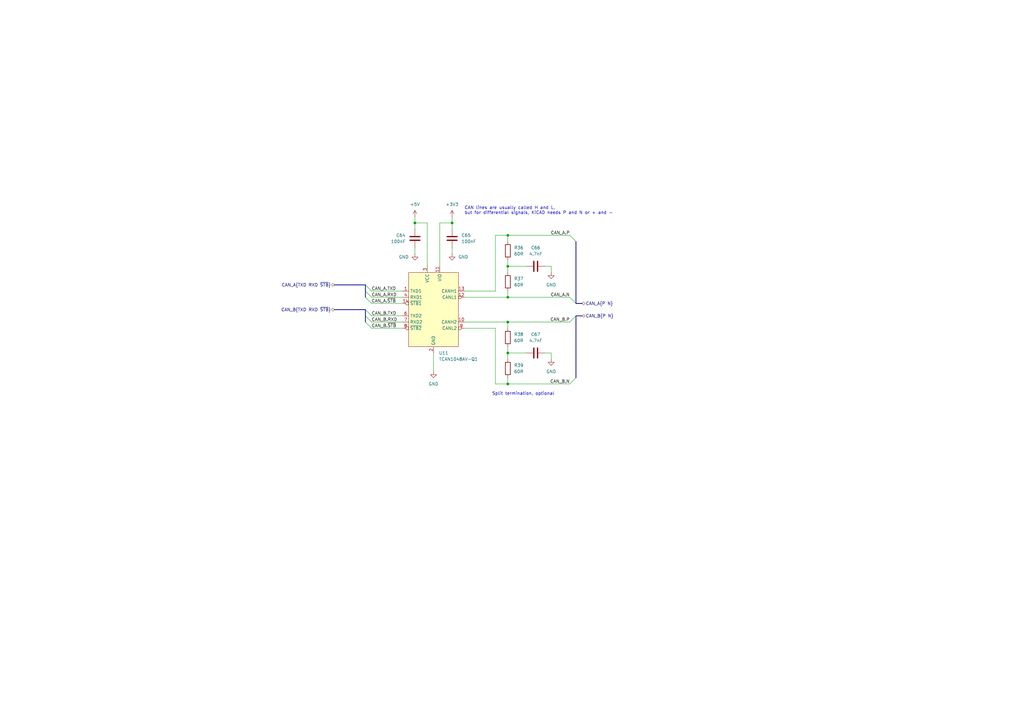
<source format=kicad_sch>
(kicad_sch (version 20231120) (generator "eeschema") (generator_version "8.0")
  (paper "A3")
  (title_block (title "CAN PHY - SPLIT TERMINATION") (date "2024-08-28") (rev "1") (company "Magnus Oksbøl Therkelsen") (comment 1 "Author: Magnus Oksbøl Therkelsen") (comment 2 "Checked by: "))
  (lib_symbols
    (symbol "Device:C" (pin_numbers hide) (pin_names (offset 0.254))
      (property "Reference" "C" (at 0.635 2.54 0))
      (property "Value" "C" (at 0.635 -2.54 0))
      (symbol "C_0_1"
        (polyline (pts (xy -2.032 -0.762) (xy 2.032 -0.762)) (stroke (width 0.508)))
        (polyline (pts (xy -2.032 0.762) (xy 2.032 0.762)) (stroke (width 0.508)))
      )
      (symbol "C_1_1"
        (pin passive line (at 0 3.81 270) (length 2.794) (name "~") (number "1"))
        (pin passive line (at 0 -3.81 90) (length 2.794) (name "~") (number "2"))
      )
    )
    (symbol "Device:R" (pin_numbers hide) (pin_names (offset 0))
      (property "Reference" "R" (at 2.032 0 90))
      (property "Value" "R" (at 0 0 90))
      (symbol "R_0_1"
        (rectangle (start -1.016 -2.54) (end 1.016 2.54) (stroke (width 0.254)))
      )
      (symbol "R_1_1"
        (pin passive line (at 0 3.81 270) (length 1.27) (name "~") (number "1"))
        (pin passive line (at 0 -3.81 90) (length 1.27) (name "~") (number "2"))
      )
    )
    (symbol "cubesat_rp2040:TCAN1048AV-Q1"
      (property "Reference" "U" (at -10.16 17.78 0))
      (property "Value" "TCAN1048AV-Q1" (at 10.414 -17.78 0))
      (symbol "TCAN1048AV-Q1_0_0"
        (pin input line (at -12.7 7.62 0) (length 2.54) (name "TXD1") (number "1"))
        (pin bidirectional line (at 12.7 -5.08 180) (length 2.54) (name "CANH2") (number "10"))
        (pin power_in line (at 2.54 17.78 270) (length 2.54) (name "VIO") (number "11"))
        (pin bidirectional line (at 12.7 7.62 180) (length 2.54) (name "CANH1") (number "13"))
        (pin power_in line (at -2.54 17.78 270) (length 2.54) (name "VCC") (number "3"))
        (pin output line (at -12.7 5.08 0) (length 2.54) (name "RXD1") (number "4"))
        (pin power_in line (at 0 -17.78 90) (length 2.54) hide (name "GND") (number "5"))
        (pin input line (at -12.7 -2.54 0) (length 2.54) (name "TXD2") (number "6"))
        (pin output line (at -12.7 -5.08 0) (length 2.54) (name "RXD2") (number "7"))
        (pin bidirectional inverted (at 12.7 -7.62 180) (length 2.54) (name "CANL2") (number "9"))
      )
      (symbol "TCAN1048AV-Q1_1_0"
        (pin bidirectional inverted (at 12.7 5.08 180) (length 2.54) (name "CANL1") (number "12"))
        (pin input inverted (at -12.7 2.54 0) (length 2.54) (name "~{STB1}") (number "14"))
        (pin passive line (at 0 -17.78 90) (length 2.54) hide (name "EP") (number "15"))
        (pin power_in line (at 0 -17.78 90) (length 2.54) (name "GND") (number "2"))
        (pin input inverted (at -12.7 -7.62 0) (length 2.54) (name "~{STB2}") (number "8"))
      )
      (symbol "TCAN1048AV-Q1_1_1"
        (rectangle (start -10.16 15.24) (end 10.16 -15.24) (fill (type background)))
      )
    )
    (symbol "power:+3V3" (power) (pin_numbers hide) (pin_names (offset 0) hide)
      (property "Value" "+3V3" (at 0 3.556 0))
      (symbol "+3V3_0_1"
        (polyline (pts (xy -0.762 1.27) (xy 0 2.54)))
        (polyline (pts (xy 0 0) (xy 0 2.54)))
        (polyline (pts (xy 0 2.54) (xy 0.762 1.27)))
      )
      (symbol "+3V3_1_1"
        (pin power_in line (at 0 0 90) (length 0) (name "~") (number "1"))
      )
    )
    (symbol "power:+5V" (power) (pin_numbers hide) (pin_names (offset 0) hide)
      (property "Value" "+5V" (at 0 3.556 0))
      (symbol "+5V_0_1"
        (polyline (pts (xy -0.762 1.27) (xy 0 2.54)))
        (polyline (pts (xy 0 0) (xy 0 2.54)))
        (polyline (pts (xy 0 2.54) (xy 0.762 1.27)))
      )
      (symbol "+5V_1_1"
        (pin power_in line (at 0 0 90) (length 0) (name "~") (number "1"))
      )
    )
    (symbol "power:GND" (power) (pin_numbers hide) (pin_names (offset 0) hide)
      (property "Value" "GND" (at 0 -3.81 0))
      (symbol "GND_0_1"
        (polyline (pts (xy 0 0) (xy 0 -1.27) (xy 1.27 -1.27) (xy 0 -2.54) (xy -1.27 -1.27) (xy 0 -1.27)))
      )
      (symbol "GND_1_1"
        (pin power_in line (at 0 0 270) (length 0) (name "~") (number "1"))
      )
    )
  )
  (junction (at 208.28 121.92))
  (junction (at 170.18 91.44))
  (junction (at 208.28 157.48))
  (junction (at 208.28 144.78))
  (junction (at 208.28 96.52))
  (junction (at 185.42 91.44))
  (junction (at 208.28 109.22))
  (junction (at 208.28 132.08))
  (bus_entry (at 152.4 134.62) (size -2.54 -2.54))
  (bus_entry (at 233.68 132.08) (size 2.54 -2.54))
  (bus_entry (at 152.4 129.54) (size -2.54 -2.54))
  (bus_entry (at 233.68 121.92) (size 2.54 2.54))
  (bus_entry (at 233.68 96.52) (size 2.54 2.54))
  (bus_entry (at 233.68 157.48) (size 2.54 -2.54))
  (bus_entry (at 152.4 119.38) (size -2.54 -2.54))
  (bus_entry (at 152.4 132.08) (size -2.54 -2.54))
  (bus_entry (at 152.4 121.92) (size -2.54 -2.54))
  (bus_entry (at 152.4 124.46) (size -2.54 -2.54))
  (wire (pts (xy 180.34 91.44) (xy 180.34 109.22)))
  (wire (pts (xy 208.28 142.24) (xy 208.28 144.78)))
  (wire (pts (xy 152.4 132.08) (xy 165.1 132.08)))
  (wire (pts (xy 180.34 91.44) (xy 185.42 91.44)))
  (wire (pts (xy 208.28 109.22) (xy 208.28 111.76)))
  (wire (pts (xy 226.06 144.78) (xy 226.06 147.32)))
  (wire (pts (xy 175.26 91.44) (xy 175.26 109.22)))
  (wire (pts (xy 170.18 88.9) (xy 170.18 91.44)))
  (wire (pts (xy 203.2 119.38) (xy 203.2 96.52)))
  (wire (pts (xy 208.28 144.78) (xy 208.28 147.32)))
  (wire (pts (xy 190.5 119.38) (xy 203.2 119.38)))
  (bus (pts (xy 137.16 116.84) (xy 149.86 116.84)))
  (wire (pts (xy 185.42 91.44) (xy 185.42 93.98)))
  (wire (pts (xy 185.42 88.9) (xy 185.42 91.44)))
  (wire (pts (xy 208.28 121.92) (xy 233.68 121.92)))
  (wire (pts (xy 152.4 119.38) (xy 165.1 119.38)))
  (wire (pts (xy 208.28 96.52) (xy 208.28 99.06)))
  (bus (pts (xy 236.22 129.54) (xy 236.22 154.94)))
  (wire (pts (xy 152.4 121.92) (xy 165.1 121.92)))
  (wire (pts (xy 208.28 157.48) (xy 233.68 157.48)))
  (wire (pts (xy 223.52 144.78) (xy 226.06 144.78)))
  (wire (pts (xy 203.2 157.48) (xy 203.2 134.62)))
  (wire (pts (xy 152.4 129.54) (xy 165.1 129.54)))
  (bus (pts (xy 149.86 132.08) (xy 149.86 129.54)))
  (bus (pts (xy 149.86 121.92) (xy 149.86 119.38)))
  (bus (pts (xy 236.22 99.06) (xy 236.22 124.46)))
  (wire (pts (xy 203.2 134.62) (xy 190.5 134.62)))
  (wire (pts (xy 208.28 96.52) (xy 233.68 96.52)))
  (wire (pts (xy 203.2 96.52) (xy 208.28 96.52)))
  (bus (pts (xy 137.16 127) (xy 149.86 127)))
  (wire (pts (xy 170.18 101.6) (xy 170.18 104.14)))
  (bus (pts (xy 149.86 119.38) (xy 149.86 116.84)))
  (wire (pts (xy 190.5 132.08) (xy 208.28 132.08)))
  (wire (pts (xy 208.28 132.08) (xy 208.28 134.62)))
  (wire (pts (xy 208.28 106.68) (xy 208.28 109.22)))
  (wire (pts (xy 208.28 119.38) (xy 208.28 121.92)))
  (wire (pts (xy 152.4 134.62) (xy 165.1 134.62)))
  (bus (pts (xy 149.86 129.54) (xy 149.86 127)))
  (wire (pts (xy 226.06 109.22) (xy 226.06 111.76)))
  (wire (pts (xy 203.2 157.48) (xy 208.28 157.48)))
  (wire (pts (xy 177.8 144.78) (xy 177.8 152.4)))
  (bus (pts (xy 236.22 129.54) (xy 238.76 129.54)))
  (wire (pts (xy 208.28 144.78) (xy 215.9 144.78)))
  (wire (pts (xy 208.28 109.22) (xy 215.9 109.22)))
  (wire (pts (xy 170.18 91.44) (xy 175.26 91.44)))
  (wire (pts (xy 152.4 124.46) (xy 165.1 124.46)))
  (wire (pts (xy 185.42 101.6) (xy 185.42 104.14)))
  (wire (pts (xy 190.5 121.92) (xy 208.28 121.92)))
  (wire (pts (xy 223.52 109.22) (xy 226.06 109.22)))
  (wire (pts (xy 208.28 154.94) (xy 208.28 157.48)))
  (wire (pts (xy 170.18 91.44) (xy 170.18 93.98)))
  (bus (pts (xy 236.22 124.46) (xy 238.76 124.46)))
  (wire (pts (xy 208.28 132.08) (xy 233.68 132.08)))
  (text "Split termination, optional" (at 214.63 161.544 0) (effects (font (size 1.27 1.27))))
  (text "CAN lines are usually called H and L, \nbut for differential signals, KiCAD needs P and N or + and -" (exclude_from_sim yes) (at 190.5 86.36 0) (effects (font (size 1.27 1.27)) (justify left)))
  (label "CAN_A.P" (at 233.68 96.52 180))
  (label "CAN_B.~{STB}" (at 152.4 134.62 0))
  (label "CAN_B.TXD" (at 152.4 129.54 0))
  (label "CAN_B.P" (at 233.68 132.08 180))
  (label "CAN_B.RXD" (at 152.4 132.08 0))
  (label "CAN_A.RXD" (at 152.4 121.92 0))
  (label "CAN_A.N" (at 233.68 121.92 180))
  (label "CAN_A.~{STB}" (at 152.4 124.46 0))
  (label "CAN_B.N" (at 233.68 157.48 180))
  (label "CAN_A.TXD" (at 152.4 119.38 0))
  (hierarchical_label "CAN_A{TXD RXD ~{STB}}" (shape bidirectional) (at 137.16 116.84 180))
  (hierarchical_label "CAN_B{P N}" (shape bidirectional) (at 238.76 129.54 0))
  (hierarchical_label "CAN_A{P N}" (shape bidirectional) (at 238.76 124.46 0))
  (hierarchical_label "CAN_B{TXD RXD ~{STB}}" (shape bidirectional) (at 137.16 127 180))
  (symbol (lib_id "power:+5V") (at 170.18 88.9 0) (unit 1)
    (property "Reference" "#PWR067" (effects (hide yes)))
    (property "Value" "+5V" (at 170.18 83.82 0))
    (property "Description" "Power symbol creates a global label with name \"+5V\"" (effects (hide yes)))
    (instances (project "cubesat_rp2040" (path "" (reference "#PWR067") (unit 1)) (path "" (reference "#PWR086") (unit 1)) (path "" (reference "#PWR048") (unit 1))))
  )
  (symbol (lib_id "cubesat_rp2040:TCAN1048AV-Q1") (at 177.8 127 0) (unit 1)
    (property "Reference" "U11" (at 179.9941 144.78 0) (effects (justify left)))
    (property "Value" "TCAN1048AV-Q1" (at 179.9941 147.32 0) (effects (justify left)))
    (property "Footprint" "cubesat_rp2040:SOT1086-2_HVSON14_4.5x3x0.85mm_P0.65mm" (effects (hide yes)))
    (property "Datasheet" "https://www.ti.com/document-viewer/TCAN1048AV-Q1/datasheet" (effects (hide yes)))
    (property "Description" "TCAN104xAV-Q1 Automotive Dual CAN FD Transceiver with 1.8-V I/O Support and Standby Mode" (effects (hide yes)))
    (property "LCSC_Part_Number" "C5215834" (effects (hide yes)))
    (property "Manufacturer_Name" "Texas Instruments" (effects (hide yes)))
    (property "Manufacturer_Part_Number" "TCAN1048AVDMTRQ1" (effects (hide yes)))
    (instances (project "cubesat_rp2040" (path "" (reference "U11") (unit 1)) (path "" (reference "U16") (unit 1)) (path "" (reference "U6") (unit 1))))
  )
  (symbol (lib_id "power:GND") (at 226.06 111.76 0) (unit 1)
    (property "Reference" "#PWR072" (effects (hide yes)))
    (property "Value" "GND" (at 226.06 116.84 0))
    (property "Description" "Power symbol creates a global label with name \"GND\" , ground" (effects (hide yes)))
    (instances (project "cubesat_rp2040" (path "" (reference "#PWR072") (unit 1)) (path "" (reference "#PWR091") (unit 1)) (path "" (reference "#PWR053") (unit 1))))
  )
  (symbol (lib_id "Device:C") (at 219.71 144.78 270) (unit 1)
    (property "Reference" "C67" (at 219.71 137.16 90))
    (property "Value" "4.7nF" (at 219.71 139.7 90))
    (property "Footprint" "cubesat_rp2040:C_0402_1005Metric" (effects (hide yes)))
    (property "Description" "Unpolarized capacitor" (effects (hide yes)))
    (property "MANUFACTURER" "Samsung Electro-Mechanics" (effects (hide yes)))
    (property "Manufacturer_Name" "Samsung Electro-Mechanics" (effects (hide yes)))
    (property "Manufacturer_Part_Number" "CL05B472KB5NNNC" (effects (hide yes)))
    (property "LCSC_Part_Number" "C84705" (effects (hide yes)))
    (instances (project "cubesat_rp2040" (path "" (reference "C67") (unit 1)) (path "" (reference "C92") (unit 1)) (path "" (reference "C42") (unit 1))))
  )
  (symbol (lib_id "Device:C") (at 219.71 109.22 270) (unit 1)
    (property "Reference" "C66" (at 219.71 101.6 90))
    (property "Value" "4.7nF" (at 219.71 104.14 90))
    (property "Footprint" "cubesat_rp2040:C_0402_1005Metric" (effects (hide yes)))
    (property "Description" "Unpolarized capacitor" (effects (hide yes)))
    (property "MANUFACTURER" "Samsung Electro-Mechanics" (effects (hide yes)))
    (property "Manufacturer_Name" "Samsung Electro-Mechanics" (effects (hide yes)))
    (property "Manufacturer_Part_Number" "CL05B472KB5NNNC" (effects (hide yes)))
    (property "LCSC_Part_Number" "C84705" (effects (hide yes)))
    (instances (project "cubesat_rp2040" (path "" (reference "C66") (unit 1)) (path "" (reference "C91") (unit 1)) (path "" (reference "C41") (unit 1))))
  )
  (symbol (lib_id "Device:R") (at 208.28 115.57 180) (unit 1)
    (property "Reference" "R37" (at 210.82 114.2999 0) (effects (justify right)))
    (property "Value" "60R" (at 210.82 116.8399 0) (effects (justify right)))
    (property "Footprint" "cubesat_rp2040:R_0402_1005Metric" (effects (hide yes)))
    (property "Description" "Resistor" (effects (hide yes)))
    (property "Manufacturer_Name" "UNI-ROYAL(Uniroyal Elec)" (effects (hide yes)))
    (property "Manufacturer_Part_Number" "0402WGF604JTCE" (effects (hide yes)))
    (property "MANUFACTURER" "Vishay" (effects (hide yes)))
    (property "LCSC_Part_Number" "C60310" (effects (hide yes)))
    (instances (project "cubesat_rp2040" (path "" (reference "R37") (unit 1)) (path "" (reference "R49") (unit 1)) (path "" (reference "R25") (unit 1))))
  )
  (symbol (lib_id "Device:C") (at 170.18 97.79 0) (unit 1)
    (property "Reference" "C64" (at 166.37 96.5199 0) (effects (justify right)))
    (property "Value" "100nF" (at 166.37 99.0599 0) (effects (justify right)))
    (property "Footprint" "cubesat_rp2040:C_0402_1005Metric" (effects (hide yes)))
    (property "Description" "Unpolarized capacitor" (effects (hide yes)))
    (property "Manufacturer_Name" "Samsung Electro-Mechanics" (effects (hide yes)))
    (property "Manufacturer_Part_Number" "CL05B104KB5NNNC" (effects (hide yes)))
    (property "MANUFACTURER" "Samsung Electro-Mechanics" (effects (hide yes)))
    (property "LCSC_Part_Number" "C960916" (effects (hide yes)))
    (instances (project "cubesat_rp2040" (path "" (reference "C64") (unit 1)) (path "" (reference "C89") (unit 1)) (path "" (reference "C39") (unit 1))))
  )
  (symbol (lib_id "power:+3V3") (at 185.42 88.9 0) (unit 1)
    (property "Reference" "#PWR070" (effects (hide yes)))
    (property "Value" "+3V3" (at 185.42 83.82 0))
    (property "Description" "Power symbol creates a global label with name \"+3V3\"" (effects (hide yes)))
    (instances (project "cubesat_rp2040" (path "" (reference "#PWR070") (unit 1)) (path "" (reference "#PWR089") (unit 1)) (path "" (reference "#PWR051") (unit 1))))
  )
  (symbol (lib_id "Device:R") (at 208.28 138.43 0) (unit 1)
    (property "Reference" "R38" (at 210.82 137.1599 0) (effects (justify left)))
    (property "Value" "60R" (at 210.82 139.6999 0) (effects (justify left)))
    (property "Footprint" "cubesat_rp2040:R_0402_1005Metric" (effects (hide yes)))
    (property "Description" "Resistor" (effects (hide yes)))
    (property "Manufacturer_Name" "UNI-ROYAL(Uniroyal Elec)" (effects (hide yes)))
    (property "Manufacturer_Part_Number" "0402WGF604JTCE" (effects (hide yes)))
    (property "MANUFACTURER" "Vishay" (effects (hide yes)))
    (property "LCSC_Part_Number" "C60310" (effects (hide yes)))
    (instances (project "cubesat_rp2040" (path "" (reference "R38") (unit 1)) (path "" (reference "R50") (unit 1)) (path "" (reference "R26") (unit 1))))
  )
  (symbol (lib_id "power:GND") (at 226.06 147.32 0) (unit 1)
    (property "Reference" "#PWR073" (effects (hide yes)))
    (property "Value" "GND" (at 226.06 152.4 0))
    (property "Description" "Power symbol creates a global label with name \"GND\" , ground" (effects (hide yes)))
    (instances (project "cubesat_rp2040" (path "" (reference "#PWR073") (unit 1)) (path "" (reference "#PWR092") (unit 1)) (path "" (reference "#PWR054") (unit 1))))
  )
  (symbol (lib_id "Device:R") (at 208.28 151.13 180) (unit 1)
    (property "Reference" "R39" (at 210.82 149.8599 0) (effects (justify right)))
    (property "Value" "60R" (at 210.82 152.3999 0) (effects (justify right)))
    (property "Footprint" "cubesat_rp2040:R_0402_1005Metric" (effects (hide yes)))
    (property "Description" "Resistor" (effects (hide yes)))
    (property "Manufacturer_Name" "UNI-ROYAL(Uniroyal Elec)" (effects (hide yes)))
    (property "Manufacturer_Part_Number" "0402WGF604JTCE" (effects (hide yes)))
    (property "MANUFACTURER" "Vishay" (effects (hide yes)))
    (property "LCSC_Part_Number" "C60310" (effects (hide yes)))
    (instances (project "cubesat_rp2040" (path "" (reference "R39") (unit 1)) (path "" (reference "R51") (unit 1)) (path "" (reference "R27") (unit 1))))
  )
  (symbol (lib_id "power:GND") (at 170.18 104.14 0) (unit 1)
    (property "Reference" "#PWR068" (effects (hide yes)))
    (property "Value" "GND" (at 167.64 105.4099 0) (effects (justify right)))
    (property "Description" "Power symbol creates a global label with name \"GND\" , ground" (effects (hide yes)))
    (instances (project "cubesat_rp2040" (path "" (reference "#PWR068") (unit 1)) (path "" (reference "#PWR087") (unit 1)) (path "" (reference "#PWR049") (unit 1))))
  )
  (symbol (lib_id "Device:R") (at 208.28 102.87 0) (unit 1)
    (property "Reference" "R36" (at 210.82 101.5999 0) (effects (justify left)))
    (property "Value" "60R" (at 210.82 104.1399 0) (effects (justify left)))
    (property "Footprint" "cubesat_rp2040:R_0402_1005Metric" (effects (hide yes)))
    (property "Description" "Resistor" (effects (hide yes)))
    (property "Manufacturer_Name" "UNI-ROYAL(Uniroyal Elec)" (effects (hide yes)))
    (property "Manufacturer_Part_Number" "0402WGF604JTCE" (effects (hide yes)))
    (property "MANUFACTURER" "Vishay" (effects (hide yes)))
    (property "LCSC_Part_Number" "C60310" (effects (hide yes)))
    (instances (project "cubesat_rp2040" (path "" (reference "R36") (unit 1)) (path "" (reference "R48") (unit 1)) (path "" (reference "R24") (unit 1))))
  )
  (symbol (lib_id "Device:C") (at 185.42 97.79 0) (unit 1)
    (property "Reference" "C65" (at 189.23 96.5199 0) (effects (justify left)))
    (property "Value" "100nF" (at 189.23 99.0599 0) (effects (justify left)))
    (property "Footprint" "cubesat_rp2040:C_0402_1005Metric" (effects (hide yes)))
    (property "Description" "Unpolarized capacitor" (effects (hide yes)))
    (property "Manufacturer_Name" "Samsung Electro-Mechanics" (effects (hide yes)))
    (property "Manufacturer_Part_Number" "CL05B104KB5NNNC" (effects (hide yes)))
    (property "MANUFACTURER" "Samsung Electro-Mechanics" (effects (hide yes)))
    (property "LCSC_Part_Number" "C960916" (effects (hide yes)))
    (instances (project "cubesat_rp2040" (path "" (reference "C65") (unit 1)) (path "" (reference "C90") (unit 1)) (path "" (reference "C40") (unit 1))))
  )
  (symbol (lib_id "power:GND") (at 177.8 152.4 0) (unit 1)
    (property "Reference" "#PWR069" (effects (hide yes)))
    (property "Value" "GND" (at 177.8 157.48 0))
    (property "Description" "Power symbol creates a global label with name \"GND\" , ground" (effects (hide yes)))
    (instances (project "cubesat_rp2040" (path "" (reference "#PWR069") (unit 1)) (path "" (reference "#PWR088") (unit 1)) (path "" (reference "#PWR050") (unit 1))))
  )
  (symbol (lib_id "power:GND") (at 185.42 104.14 0) (unit 1)
    (property "Reference" "#PWR071" (effects (hide yes)))
    (property "Value" "GND" (at 187.96 105.4099 0) (effects (justify left)))
    (property "Description" "Power symbol creates a global label with name \"GND\" , ground" (effects (hide yes)))
    (instances (project "cubesat_rp2040" (path "" (reference "#PWR071") (unit 1)) (path "" (reference "#PWR090") (unit 1)) (path "" (reference "#PWR052") (unit 1))))
  )
)
</source>
